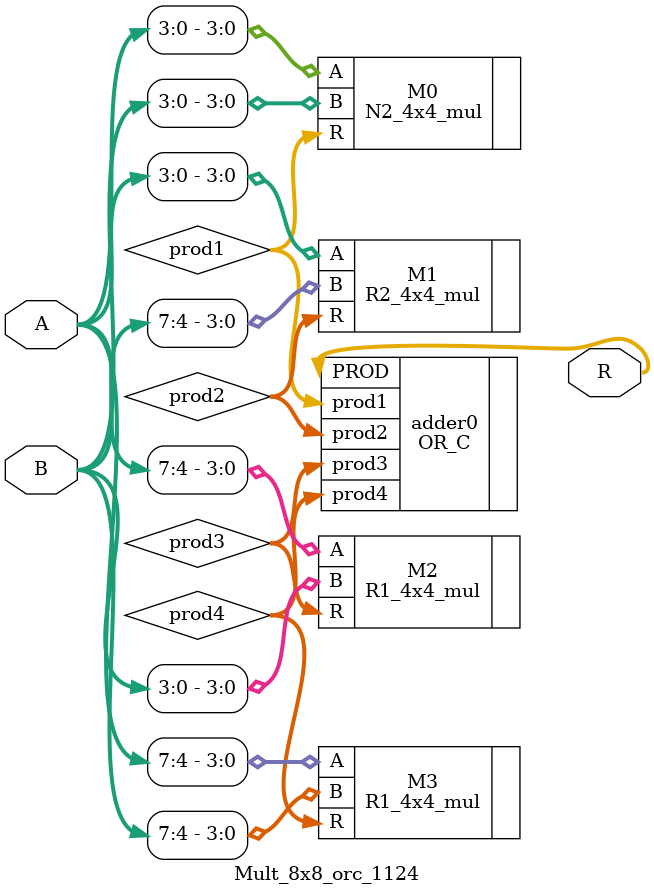
<source format=v>
module Mult_8x8_orc_1124(
input [7:0] A,
input [7:0] B,
output [15:0]R
);
wire [7:0]prod1;
wire [7:0]prod2;
wire [7:0]prod3;
wire [7:0]prod4;

N2_4x4_mul M0(.A(A[3:0]),.B(B[3:0]),.R(prod1));
R2_4x4_mul M1(.A(A[3:0]),.B(B[7:4]),.R(prod2));
R1_4x4_mul M2(.A(A[7:4]),.B(B[3:0]),.R(prod3));
R1_4x4_mul M3(.A(A[7:4]),.B(B[7:4]),.R(prod4));
OR_C adder0(.prod1(prod1),.prod2(prod2),.prod3(prod3),.prod4(prod4),.PROD(R));
endmodule

</source>
